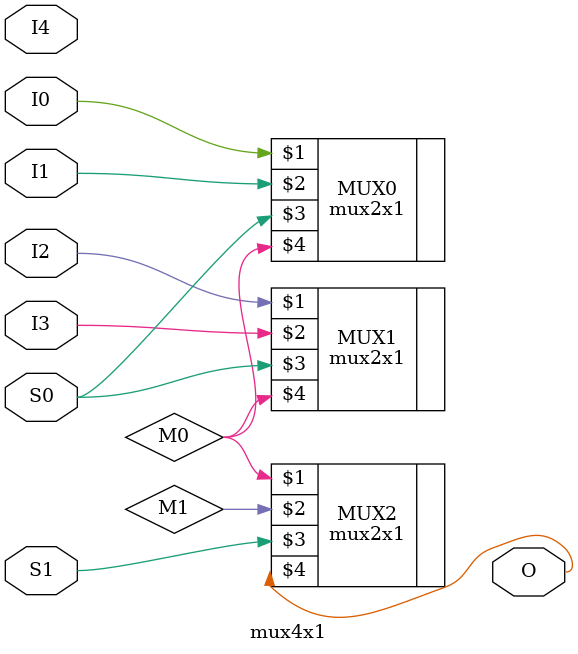
<source format=v>
module mux4x1(
	input I0,
	input I1,
	input I2,
	input I3,
	input I4,
	input S0,
	input S1,
	output O);
	
	wire M0, M1;
	
	mux2x1 MUX0(I0, I1, S0, M0);
	mux2x1 MUX1(I2, I3, S0, M0);
	
	mux2x1 MUX2(M0, M1, S1, O);
	
endmodule
</source>
